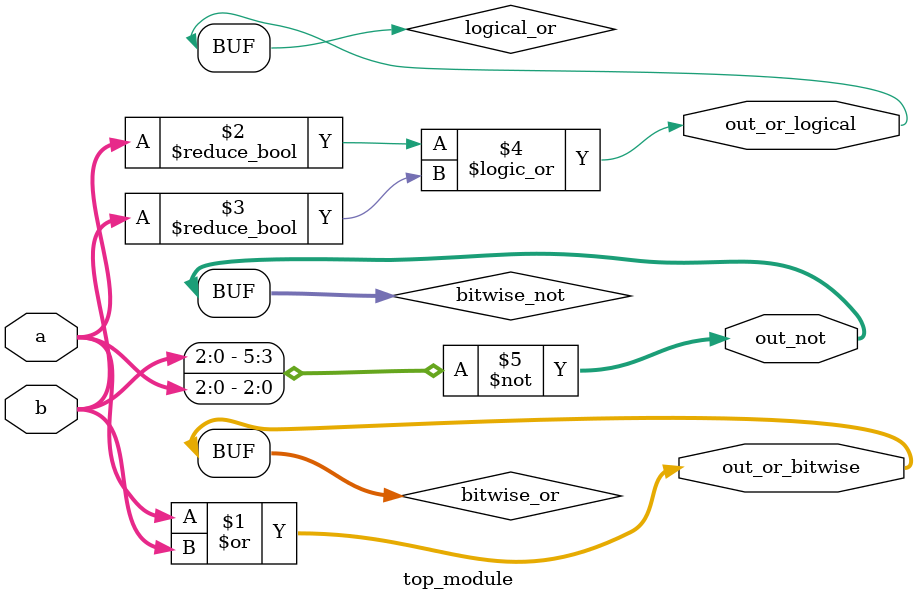
<source format=sv>
module top_module(
	input [2:0] a, 
	input [2:0] b, 
	output [2:0] out_or_bitwise,
	output out_or_logical,
	output [5:0] out_not
);

	// Wire declaration
	wire [2:0] bitwise_or;
	wire logical_or;
	wire [5:0] bitwise_not;
	
	// Bitwise OR operation
	assign bitwise_or = a | b;
	
	// Logical OR operation
	assign logical_or = (a != 0) || (b != 0);
	
	// Bitwise NOT operation
	assign bitwise_not = ~{b, a}; // Corrected order of a and b
	
	// Output assignments
	assign out_or_bitwise = bitwise_or;
	assign out_or_logical = logical_or;
	assign out_not = bitwise_not;

endmodule

</source>
